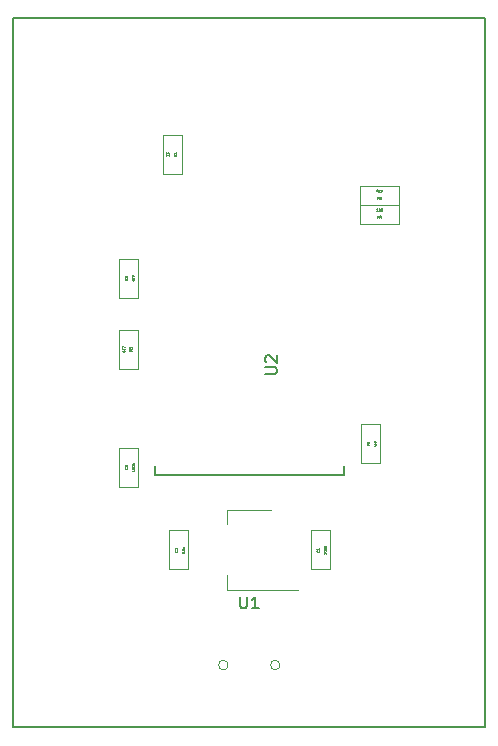
<source format=gbr>
G04 #@! TF.GenerationSoftware,KiCad,Pcbnew,(5.0.0)*
G04 #@! TF.CreationDate,2020-11-05T20:38:02+01:00*
G04 #@! TF.ProjectId,WiFiRemote,5769466952656D6F74652E6B69636164,rev?*
G04 #@! TF.SameCoordinates,Original*
G04 #@! TF.FileFunction,Legend,Top*
G04 #@! TF.FilePolarity,Positive*
%FSLAX46Y46*%
G04 Gerber Fmt 4.6, Leading zero omitted, Abs format (unit mm)*
G04 Created by KiCad (PCBNEW (5.0.0)) date 11/05/20 20:38:02*
%MOMM*%
%LPD*%
G01*
G04 APERTURE LIST*
%ADD10C,0.200000*%
%ADD11C,0.152400*%
%ADD12C,0.001000*%
%ADD13C,0.120000*%
%ADD14C,0.100000*%
%ADD15C,0.150000*%
%ADD16C,0.050000*%
G04 APERTURE END LIST*
D10*
X65000000Y-30000000D02*
X25000000Y-30000000D01*
X65000000Y-90000000D02*
X65000000Y-30000000D01*
X25000000Y-90000000D02*
X65000000Y-90000000D01*
X25000000Y-30000000D02*
X25000000Y-90000000D01*
D11*
G04 #@! TO.C,U2*
X36984000Y-67859000D02*
X36984000Y-68621000D01*
X36984000Y-68621000D02*
X52986000Y-68621000D01*
X52986000Y-68621000D02*
X52986000Y-67859000D01*
D12*
G04 #@! TO.C,C1*
X51800100Y-76651000D02*
X51800100Y-73349000D01*
X50199900Y-76651000D02*
X51800100Y-76651000D01*
X50199900Y-73349000D02*
X50199900Y-76651000D01*
X51800100Y-73349000D02*
X50199900Y-73349000D01*
G04 #@! TO.C,C2*
X39800100Y-73349000D02*
X38199900Y-73349000D01*
X38199900Y-73349000D02*
X38199900Y-76651000D01*
X38199900Y-76651000D02*
X39800100Y-76651000D01*
X39800100Y-76651000D02*
X39800100Y-73349000D01*
G04 #@! TO.C,C3*
X35550100Y-69651000D02*
X35550100Y-66349000D01*
X33949900Y-69651000D02*
X35550100Y-69651000D01*
X33949900Y-66349000D02*
X33949900Y-69651000D01*
X35550100Y-66349000D02*
X33949900Y-66349000D01*
G04 #@! TO.C,R1*
X37699900Y-43151000D02*
X39300100Y-43151000D01*
X39300100Y-43151000D02*
X39300100Y-39849000D01*
X39300100Y-39849000D02*
X37699900Y-39849000D01*
X37699900Y-39849000D02*
X37699900Y-43151000D01*
G04 #@! TO.C,R2*
X35550100Y-50349000D02*
X33949900Y-50349000D01*
X33949900Y-50349000D02*
X33949900Y-53651000D01*
X33949900Y-53651000D02*
X35550100Y-53651000D01*
X35550100Y-53651000D02*
X35550100Y-50349000D01*
G04 #@! TO.C,R3*
X33949900Y-56349000D02*
X33949900Y-59651000D01*
X35550100Y-56349000D02*
X33949900Y-56349000D01*
X35550100Y-59651000D02*
X35550100Y-56349000D01*
X33949900Y-59651000D02*
X35550100Y-59651000D01*
G04 #@! TO.C,R4*
X57651000Y-45799900D02*
X54349000Y-45799900D01*
X57651000Y-47400100D02*
X57651000Y-45799900D01*
X54349000Y-47400100D02*
X57651000Y-47400100D01*
X54349000Y-45799900D02*
X54349000Y-47400100D01*
G04 #@! TO.C,R5*
X56050100Y-64349000D02*
X54449900Y-64349000D01*
X54449900Y-64349000D02*
X54449900Y-67651000D01*
X54449900Y-67651000D02*
X56050100Y-67651000D01*
X56050100Y-67651000D02*
X56050100Y-64349000D01*
G04 #@! TO.C,R6*
X54349000Y-44199900D02*
X54349000Y-45800100D01*
X54349000Y-45800100D02*
X57651000Y-45800100D01*
X57651000Y-45800100D02*
X57651000Y-44199900D01*
X57651000Y-44199900D02*
X54349000Y-44199900D01*
D13*
G04 #@! TO.C,U1*
X43090000Y-71590000D02*
X43090000Y-72850000D01*
X43090000Y-78410000D02*
X43090000Y-77150000D01*
X46850000Y-71590000D02*
X43090000Y-71590000D01*
X49100000Y-78410000D02*
X43090000Y-78410000D01*
G04 #@! TD*
D14*
G04 #@! TO.C,J2*
X43205020Y-84749820D02*
G75*
G03X43205020Y-84749820I-404660J0D01*
G01*
X47604300Y-84749820D02*
G75*
G03X47604300Y-84749820I-404660J0D01*
G01*
G04 #@! TD*
G04 #@! TO.C,U2*
D15*
X46342380Y-60111904D02*
X47151904Y-60111904D01*
X47247142Y-60064285D01*
X47294761Y-60016666D01*
X47342380Y-59921428D01*
X47342380Y-59730952D01*
X47294761Y-59635714D01*
X47247142Y-59588095D01*
X47151904Y-59540476D01*
X46342380Y-59540476D01*
X46437619Y-59111904D02*
X46390000Y-59064285D01*
X46342380Y-58969047D01*
X46342380Y-58730952D01*
X46390000Y-58635714D01*
X46437619Y-58588095D01*
X46532857Y-58540476D01*
X46628095Y-58540476D01*
X46770952Y-58588095D01*
X47342380Y-59159523D01*
X47342380Y-58540476D01*
G04 #@! TO.C,C1*
D16*
X50871428Y-75033333D02*
X50880952Y-75042857D01*
X50890476Y-75071428D01*
X50890476Y-75090476D01*
X50880952Y-75119047D01*
X50861904Y-75138095D01*
X50842857Y-75147619D01*
X50804761Y-75157142D01*
X50776190Y-75157142D01*
X50738095Y-75147619D01*
X50719047Y-75138095D01*
X50700000Y-75119047D01*
X50690476Y-75090476D01*
X50690476Y-75071428D01*
X50700000Y-75042857D01*
X50709523Y-75033333D01*
X50890476Y-74842857D02*
X50890476Y-74957142D01*
X50890476Y-74900000D02*
X50690476Y-74900000D01*
X50719047Y-74919047D01*
X50738095Y-74938095D01*
X50747619Y-74957142D01*
X51490476Y-75223809D02*
X51490476Y-75338095D01*
X51490476Y-75280952D02*
X51290476Y-75280952D01*
X51319047Y-75300000D01*
X51338095Y-75319047D01*
X51347619Y-75338095D01*
X51290476Y-75100000D02*
X51290476Y-75080952D01*
X51300000Y-75061904D01*
X51309523Y-75052380D01*
X51328571Y-75042857D01*
X51366666Y-75033333D01*
X51414285Y-75033333D01*
X51452380Y-75042857D01*
X51471428Y-75052380D01*
X51480952Y-75061904D01*
X51490476Y-75080952D01*
X51490476Y-75100000D01*
X51480952Y-75119047D01*
X51471428Y-75128571D01*
X51452380Y-75138095D01*
X51414285Y-75147619D01*
X51366666Y-75147619D01*
X51328571Y-75138095D01*
X51309523Y-75128571D01*
X51300000Y-75119047D01*
X51290476Y-75100000D01*
X51290476Y-74909523D02*
X51290476Y-74890476D01*
X51300000Y-74871428D01*
X51309523Y-74861904D01*
X51328571Y-74852380D01*
X51366666Y-74842857D01*
X51414285Y-74842857D01*
X51452380Y-74852380D01*
X51471428Y-74861904D01*
X51480952Y-74871428D01*
X51490476Y-74890476D01*
X51490476Y-74909523D01*
X51480952Y-74928571D01*
X51471428Y-74938095D01*
X51452380Y-74947619D01*
X51414285Y-74957142D01*
X51366666Y-74957142D01*
X51328571Y-74947619D01*
X51309523Y-74938095D01*
X51300000Y-74928571D01*
X51290476Y-74909523D01*
X51357142Y-74757142D02*
X51490476Y-74757142D01*
X51376190Y-74757142D02*
X51366666Y-74747619D01*
X51357142Y-74728571D01*
X51357142Y-74700000D01*
X51366666Y-74680952D01*
X51385714Y-74671428D01*
X51490476Y-74671428D01*
G04 #@! TO.C,C2*
X38871428Y-75033333D02*
X38880952Y-75042857D01*
X38890476Y-75071428D01*
X38890476Y-75090476D01*
X38880952Y-75119047D01*
X38861904Y-75138095D01*
X38842857Y-75147619D01*
X38804761Y-75157142D01*
X38776190Y-75157142D01*
X38738095Y-75147619D01*
X38719047Y-75138095D01*
X38700000Y-75119047D01*
X38690476Y-75090476D01*
X38690476Y-75071428D01*
X38700000Y-75042857D01*
X38709523Y-75033333D01*
X38709523Y-74957142D02*
X38700000Y-74947619D01*
X38690476Y-74928571D01*
X38690476Y-74880952D01*
X38700000Y-74861904D01*
X38709523Y-74852380D01*
X38728571Y-74842857D01*
X38747619Y-74842857D01*
X38776190Y-74852380D01*
X38890476Y-74966666D01*
X38890476Y-74842857D01*
X39490476Y-75128571D02*
X39490476Y-75242857D01*
X39490476Y-75185714D02*
X39290476Y-75185714D01*
X39319047Y-75204761D01*
X39338095Y-75223809D01*
X39347619Y-75242857D01*
X39290476Y-75004761D02*
X39290476Y-74985714D01*
X39300000Y-74966666D01*
X39309523Y-74957142D01*
X39328571Y-74947619D01*
X39366666Y-74938095D01*
X39414285Y-74938095D01*
X39452380Y-74947619D01*
X39471428Y-74957142D01*
X39480952Y-74966666D01*
X39490476Y-74985714D01*
X39490476Y-75004761D01*
X39480952Y-75023809D01*
X39471428Y-75033333D01*
X39452380Y-75042857D01*
X39414285Y-75052380D01*
X39366666Y-75052380D01*
X39328571Y-75042857D01*
X39309523Y-75033333D01*
X39300000Y-75023809D01*
X39290476Y-75004761D01*
X39357142Y-74766666D02*
X39490476Y-74766666D01*
X39357142Y-74852380D02*
X39461904Y-74852380D01*
X39480952Y-74842857D01*
X39490476Y-74823809D01*
X39490476Y-74795238D01*
X39480952Y-74776190D01*
X39471428Y-74766666D01*
G04 #@! TO.C,C3*
X34621428Y-68033333D02*
X34630952Y-68042857D01*
X34640476Y-68071428D01*
X34640476Y-68090476D01*
X34630952Y-68119047D01*
X34611904Y-68138095D01*
X34592857Y-68147619D01*
X34554761Y-68157142D01*
X34526190Y-68157142D01*
X34488095Y-68147619D01*
X34469047Y-68138095D01*
X34450000Y-68119047D01*
X34440476Y-68090476D01*
X34440476Y-68071428D01*
X34450000Y-68042857D01*
X34459523Y-68033333D01*
X34440476Y-67966666D02*
X34440476Y-67842857D01*
X34516666Y-67909523D01*
X34516666Y-67880952D01*
X34526190Y-67861904D01*
X34535714Y-67852380D01*
X34554761Y-67842857D01*
X34602380Y-67842857D01*
X34621428Y-67852380D01*
X34630952Y-67861904D01*
X34640476Y-67880952D01*
X34640476Y-67938095D01*
X34630952Y-67957142D01*
X34621428Y-67966666D01*
X35240476Y-68223809D02*
X35240476Y-68338095D01*
X35240476Y-68280952D02*
X35040476Y-68280952D01*
X35069047Y-68300000D01*
X35088095Y-68319047D01*
X35097619Y-68338095D01*
X35040476Y-68100000D02*
X35040476Y-68080952D01*
X35050000Y-68061904D01*
X35059523Y-68052380D01*
X35078571Y-68042857D01*
X35116666Y-68033333D01*
X35164285Y-68033333D01*
X35202380Y-68042857D01*
X35221428Y-68052380D01*
X35230952Y-68061904D01*
X35240476Y-68080952D01*
X35240476Y-68100000D01*
X35230952Y-68119047D01*
X35221428Y-68128571D01*
X35202380Y-68138095D01*
X35164285Y-68147619D01*
X35116666Y-68147619D01*
X35078571Y-68138095D01*
X35059523Y-68128571D01*
X35050000Y-68119047D01*
X35040476Y-68100000D01*
X35040476Y-67909523D02*
X35040476Y-67890476D01*
X35050000Y-67871428D01*
X35059523Y-67861904D01*
X35078571Y-67852380D01*
X35116666Y-67842857D01*
X35164285Y-67842857D01*
X35202380Y-67852380D01*
X35221428Y-67861904D01*
X35230952Y-67871428D01*
X35240476Y-67890476D01*
X35240476Y-67909523D01*
X35230952Y-67928571D01*
X35221428Y-67938095D01*
X35202380Y-67947619D01*
X35164285Y-67957142D01*
X35116666Y-67957142D01*
X35078571Y-67947619D01*
X35059523Y-67938095D01*
X35050000Y-67928571D01*
X35040476Y-67909523D01*
X35107142Y-67757142D02*
X35240476Y-67757142D01*
X35126190Y-67757142D02*
X35116666Y-67747619D01*
X35107142Y-67728571D01*
X35107142Y-67700000D01*
X35116666Y-67680952D01*
X35135714Y-67671428D01*
X35240476Y-67671428D01*
G04 #@! TO.C,R1*
X38790476Y-41533333D02*
X38695238Y-41600000D01*
X38790476Y-41647619D02*
X38590476Y-41647619D01*
X38590476Y-41571428D01*
X38600000Y-41552380D01*
X38609523Y-41542857D01*
X38628571Y-41533333D01*
X38657142Y-41533333D01*
X38676190Y-41542857D01*
X38685714Y-41552380D01*
X38695238Y-41571428D01*
X38695238Y-41647619D01*
X38790476Y-41342857D02*
X38790476Y-41457142D01*
X38790476Y-41400000D02*
X38590476Y-41400000D01*
X38619047Y-41419047D01*
X38638095Y-41438095D01*
X38647619Y-41457142D01*
X37990476Y-41661904D02*
X37990476Y-41538095D01*
X38066666Y-41604761D01*
X38066666Y-41576190D01*
X38076190Y-41557142D01*
X38085714Y-41547619D01*
X38104761Y-41538095D01*
X38152380Y-41538095D01*
X38171428Y-41547619D01*
X38180952Y-41557142D01*
X38190476Y-41576190D01*
X38190476Y-41633333D01*
X38180952Y-41652380D01*
X38171428Y-41661904D01*
X37990476Y-41471428D02*
X37990476Y-41347619D01*
X38066666Y-41414285D01*
X38066666Y-41385714D01*
X38076190Y-41366666D01*
X38085714Y-41357142D01*
X38104761Y-41347619D01*
X38152380Y-41347619D01*
X38171428Y-41357142D01*
X38180952Y-41366666D01*
X38190476Y-41385714D01*
X38190476Y-41442857D01*
X38180952Y-41461904D01*
X38171428Y-41471428D01*
G04 #@! TO.C,R2*
X34640476Y-52033333D02*
X34545238Y-52100000D01*
X34640476Y-52147619D02*
X34440476Y-52147619D01*
X34440476Y-52071428D01*
X34450000Y-52052380D01*
X34459523Y-52042857D01*
X34478571Y-52033333D01*
X34507142Y-52033333D01*
X34526190Y-52042857D01*
X34535714Y-52052380D01*
X34545238Y-52071428D01*
X34545238Y-52147619D01*
X34459523Y-51957142D02*
X34450000Y-51947619D01*
X34440476Y-51928571D01*
X34440476Y-51880952D01*
X34450000Y-51861904D01*
X34459523Y-51852380D01*
X34478571Y-51842857D01*
X34497619Y-51842857D01*
X34526190Y-51852380D01*
X34640476Y-51966666D01*
X34640476Y-51842857D01*
X35107142Y-52138095D02*
X35240476Y-52138095D01*
X35030952Y-52185714D02*
X35173809Y-52233333D01*
X35173809Y-52109523D01*
X35240476Y-52033333D02*
X35040476Y-52033333D01*
X35164285Y-52014285D02*
X35240476Y-51957142D01*
X35107142Y-51957142D02*
X35183333Y-52033333D01*
X35040476Y-51890476D02*
X35040476Y-51757142D01*
X35240476Y-51842857D01*
G04 #@! TO.C,R3*
X35040476Y-58033333D02*
X34945238Y-58100000D01*
X35040476Y-58147619D02*
X34840476Y-58147619D01*
X34840476Y-58071428D01*
X34850000Y-58052380D01*
X34859523Y-58042857D01*
X34878571Y-58033333D01*
X34907142Y-58033333D01*
X34926190Y-58042857D01*
X34935714Y-58052380D01*
X34945238Y-58071428D01*
X34945238Y-58147619D01*
X34840476Y-57966666D02*
X34840476Y-57842857D01*
X34916666Y-57909523D01*
X34916666Y-57880952D01*
X34926190Y-57861904D01*
X34935714Y-57852380D01*
X34954761Y-57842857D01*
X35002380Y-57842857D01*
X35021428Y-57852380D01*
X35030952Y-57861904D01*
X35040476Y-57880952D01*
X35040476Y-57938095D01*
X35030952Y-57957142D01*
X35021428Y-57966666D01*
X34307142Y-58138095D02*
X34440476Y-58138095D01*
X34230952Y-58185714D02*
X34373809Y-58233333D01*
X34373809Y-58109523D01*
X34440476Y-58033333D02*
X34240476Y-58033333D01*
X34364285Y-58014285D02*
X34440476Y-57957142D01*
X34307142Y-57957142D02*
X34383333Y-58033333D01*
X34240476Y-57890476D02*
X34240476Y-57757142D01*
X34440476Y-57842857D01*
G04 #@! TO.C,R4*
X55966666Y-46890476D02*
X55900000Y-46795238D01*
X55852380Y-46890476D02*
X55852380Y-46690476D01*
X55928571Y-46690476D01*
X55947619Y-46700000D01*
X55957142Y-46709523D01*
X55966666Y-46728571D01*
X55966666Y-46757142D01*
X55957142Y-46776190D01*
X55947619Y-46785714D01*
X55928571Y-46795238D01*
X55852380Y-46795238D01*
X56138095Y-46757142D02*
X56138095Y-46890476D01*
X56090476Y-46680952D02*
X56042857Y-46823809D01*
X56166666Y-46823809D01*
X55866666Y-46290476D02*
X55752380Y-46290476D01*
X55809523Y-46290476D02*
X55809523Y-46090476D01*
X55790476Y-46119047D01*
X55771428Y-46138095D01*
X55752380Y-46147619D01*
X55990476Y-46090476D02*
X56009523Y-46090476D01*
X56028571Y-46100000D01*
X56038095Y-46109523D01*
X56047619Y-46128571D01*
X56057142Y-46166666D01*
X56057142Y-46214285D01*
X56047619Y-46252380D01*
X56038095Y-46271428D01*
X56028571Y-46280952D01*
X56009523Y-46290476D01*
X55990476Y-46290476D01*
X55971428Y-46280952D01*
X55961904Y-46271428D01*
X55952380Y-46252380D01*
X55942857Y-46214285D01*
X55942857Y-46166666D01*
X55952380Y-46128571D01*
X55961904Y-46109523D01*
X55971428Y-46100000D01*
X55990476Y-46090476D01*
X56180952Y-46090476D02*
X56200000Y-46090476D01*
X56219047Y-46100000D01*
X56228571Y-46109523D01*
X56238095Y-46128571D01*
X56247619Y-46166666D01*
X56247619Y-46214285D01*
X56238095Y-46252380D01*
X56228571Y-46271428D01*
X56219047Y-46280952D01*
X56200000Y-46290476D01*
X56180952Y-46290476D01*
X56161904Y-46280952D01*
X56152380Y-46271428D01*
X56142857Y-46252380D01*
X56133333Y-46214285D01*
X56133333Y-46166666D01*
X56142857Y-46128571D01*
X56152380Y-46109523D01*
X56161904Y-46100000D01*
X56180952Y-46090476D01*
G04 #@! TO.C,R5*
X55140476Y-66033333D02*
X55045238Y-66100000D01*
X55140476Y-66147619D02*
X54940476Y-66147619D01*
X54940476Y-66071428D01*
X54950000Y-66052380D01*
X54959523Y-66042857D01*
X54978571Y-66033333D01*
X55007142Y-66033333D01*
X55026190Y-66042857D01*
X55035714Y-66052380D01*
X55045238Y-66071428D01*
X55045238Y-66147619D01*
X54940476Y-65852380D02*
X54940476Y-65947619D01*
X55035714Y-65957142D01*
X55026190Y-65947619D01*
X55016666Y-65928571D01*
X55016666Y-65880952D01*
X55026190Y-65861904D01*
X55035714Y-65852380D01*
X55054761Y-65842857D01*
X55102380Y-65842857D01*
X55121428Y-65852380D01*
X55130952Y-65861904D01*
X55140476Y-65880952D01*
X55140476Y-65928571D01*
X55130952Y-65947619D01*
X55121428Y-65957142D01*
X55607142Y-66138095D02*
X55740476Y-66138095D01*
X55530952Y-66185714D02*
X55673809Y-66233333D01*
X55673809Y-66109523D01*
X55740476Y-66033333D02*
X55540476Y-66033333D01*
X55664285Y-66014285D02*
X55740476Y-65957142D01*
X55607142Y-65957142D02*
X55683333Y-66033333D01*
X55540476Y-65890476D02*
X55540476Y-65757142D01*
X55740476Y-65842857D01*
G04 #@! TO.C,R6*
X55966666Y-45290476D02*
X55900000Y-45195238D01*
X55852380Y-45290476D02*
X55852380Y-45090476D01*
X55928571Y-45090476D01*
X55947619Y-45100000D01*
X55957142Y-45109523D01*
X55966666Y-45128571D01*
X55966666Y-45157142D01*
X55957142Y-45176190D01*
X55947619Y-45185714D01*
X55928571Y-45195238D01*
X55852380Y-45195238D01*
X56138095Y-45090476D02*
X56100000Y-45090476D01*
X56080952Y-45100000D01*
X56071428Y-45109523D01*
X56052380Y-45138095D01*
X56042857Y-45176190D01*
X56042857Y-45252380D01*
X56052380Y-45271428D01*
X56061904Y-45280952D01*
X56080952Y-45290476D01*
X56119047Y-45290476D01*
X56138095Y-45280952D01*
X56147619Y-45271428D01*
X56157142Y-45252380D01*
X56157142Y-45204761D01*
X56147619Y-45185714D01*
X56138095Y-45176190D01*
X56119047Y-45166666D01*
X56080952Y-45166666D01*
X56061904Y-45176190D01*
X56052380Y-45185714D01*
X56042857Y-45204761D01*
X55861904Y-44557142D02*
X55861904Y-44690476D01*
X55814285Y-44480952D02*
X55766666Y-44623809D01*
X55890476Y-44623809D01*
X55966666Y-44690476D02*
X55966666Y-44490476D01*
X55985714Y-44614285D02*
X56042857Y-44690476D01*
X56042857Y-44557142D02*
X55966666Y-44633333D01*
X56109523Y-44490476D02*
X56242857Y-44490476D01*
X56157142Y-44690476D01*
G04 #@! TO.C,U1*
D15*
X44238095Y-78952380D02*
X44238095Y-79761904D01*
X44285714Y-79857142D01*
X44333333Y-79904761D01*
X44428571Y-79952380D01*
X44619047Y-79952380D01*
X44714285Y-79904761D01*
X44761904Y-79857142D01*
X44809523Y-79761904D01*
X44809523Y-78952380D01*
X45809523Y-79952380D02*
X45238095Y-79952380D01*
X45523809Y-79952380D02*
X45523809Y-78952380D01*
X45428571Y-79095238D01*
X45333333Y-79190476D01*
X45238095Y-79238095D01*
G04 #@! TD*
M02*

</source>
